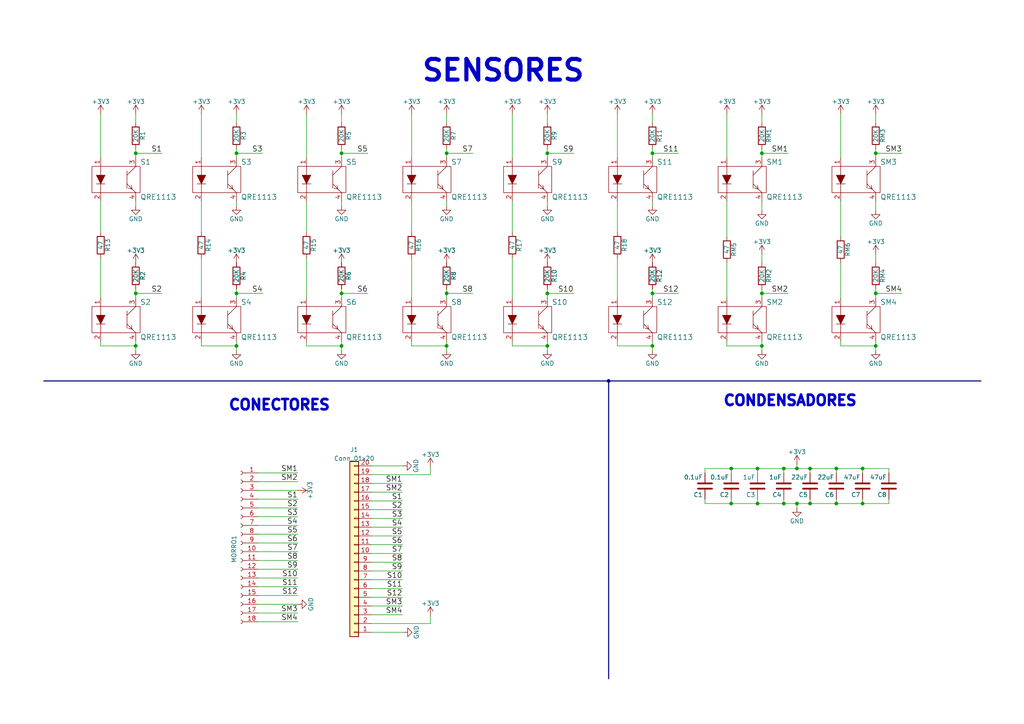
<source format=kicad_sch>
(kicad_sch (version 20230121) (generator eeschema)
  (paper "A4")
  (lib_symbols
    (symbol "Connector_Generic:Conn_01x20" (pin_names (offset 1.016) hide)
      (property "Reference" "J" (at 0 25.4 0))
      (property "Value" "Conn_01x20" (at 0 -27.94 0))
      (symbol "Conn_01x20_1_1"
        (rectangle (start -1.27 -25.273) (end 0 -25.527) (stroke (width 0.1524)))
        (rectangle (start -1.27 -22.733) (end 0 -22.987) (stroke (width 0.1524)))
        (rectangle (start -1.27 -20.193) (end 0 -20.447) (stroke (width 0.1524)))
        (rectangle (start -1.27 -17.653) (end 0 -17.907) (stroke (width 0.1524)))
        (rectangle (start -1.27 -15.113) (end 0 -15.367) (stroke (width 0.1524)))
        (rectangle (start -1.27 -12.573) (end 0 -12.827) (stroke (width 0.1524)))
        (rectangle (start -1.27 -10.033) (end 0 -10.287) (stroke (width 0.1524)))
        (rectangle (start -1.27 -7.493) (end 0 -7.747) (stroke (width 0.1524)))
        (rectangle (start -1.27 -4.953) (end 0 -5.207) (stroke (width 0.1524)))
        (rectangle (start -1.27 -2.413) (end 0 -2.667) (stroke (width 0.1524)))
        (rectangle (start -1.27 0.127) (end 0 -0.127) (stroke (width 0.1524)))
        (rectangle (start -1.27 2.667) (end 0 2.413) (stroke (width 0.1524)))
        (rectangle (start -1.27 5.207) (end 0 4.953) (stroke (width 0.1524)))
        (rectangle (start -1.27 7.747) (end 0 7.493) (stroke (width 0.1524)))
        (rectangle (start -1.27 10.287) (end 0 10.033) (stroke (width 0.1524)))
        (rectangle (start -1.27 12.827) (end 0 12.573) (stroke (width 0.1524)))
        (rectangle (start -1.27 15.367) (end 0 15.113) (stroke (width 0.1524)))
        (rectangle (start -1.27 17.907) (end 0 17.653) (stroke (width 0.1524)))
        (rectangle (start -1.27 20.447) (end 0 20.193) (stroke (width 0.1524)))
        (rectangle (start -1.27 22.987) (end 0 22.733) (stroke (width 0.1524)))
        (rectangle (start -1.27 24.13) (end 1.27 -26.67) (stroke (width 0.254)) (fill (type background)))
        (pin passive line (at -5.08 22.86 0) (length 3.81) (name "Pin_1") (number "1"))
        (pin passive line (at -5.08 0 0) (length 3.81) (name "Pin_10") (number "10"))
        (pin passive line (at -5.08 -2.54 0) (length 3.81) (name "Pin_11") (number "11"))
        (pin passive line (at -5.08 -5.08 0) (length 3.81) (name "Pin_12") (number "12"))
        (pin passive line (at -5.08 -7.62 0) (length 3.81) (name "Pin_13") (number "13"))
        (pin passive line (at -5.08 -10.16 0) (length 3.81) (name "Pin_14") (number "14"))
        (pin passive line (at -5.08 -12.7 0) (length 3.81) (name "Pin_15") (number "15"))
        (pin passive line (at -5.08 -15.24 0) (length 3.81) (name "Pin_16") (number "16"))
        (pin passive line (at -5.08 -17.78 0) (length 3.81) (name "Pin_17") (number "17"))
        (pin passive line (at -5.08 -20.32 0) (length 3.81) (name "Pin_18") (number "18"))
        (pin passive line (at -5.08 -22.86 0) (length 3.81) (name "Pin_19") (number "19"))
        (pin passive line (at -5.08 20.32 0) (length 3.81) (name "Pin_2") (number "2"))
        (pin passive line (at -5.08 -25.4 0) (length 3.81) (name "Pin_20") (number "20"))
        (pin passive line (at -5.08 17.78 0) (length 3.81) (name "Pin_3") (number "3"))
        (pin passive line (at -5.08 15.24 0) (length 3.81) (name "Pin_4") (number "4"))
        (pin passive line (at -5.08 12.7 0) (length 3.81) (name "Pin_5") (number "5"))
        (pin passive line (at -5.08 10.16 0) (length 3.81) (name "Pin_6") (number "6"))
        (pin passive line (at -5.08 7.62 0) (length 3.81) (name "Pin_7") (number "7"))
        (pin passive line (at -5.08 5.08 0) (length 3.81) (name "Pin_8") (number "8"))
        (pin passive line (at -5.08 2.54 0) (length 3.81) (name "Pin_9") (number "9"))
      )
    )
    (symbol "Device:C" (pin_numbers hide) (pin_names (offset 0.254))
      (property "Reference" "C" (at 0.635 2.54 0))
      (property "Value" "C" (at 0.635 -2.54 0))
      (symbol "C_0_1"
        (polyline (pts (xy -2.032 -0.762) (xy 2.032 -0.762)) (stroke (width 0.508)))
        (polyline (pts (xy -2.032 0.762) (xy 2.032 0.762)) (stroke (width 0.508)))
      )
      (symbol "C_1_1"
        (pin passive line (at 0 3.81 270) (length 2.794) (name "~") (number "1"))
        (pin passive line (at 0 -3.81 90) (length 2.794) (name "~") (number "2"))
      )
    )
    (symbol "Device:R" (pin_numbers hide) (pin_names (offset 0))
      (property "Reference" "R" (at 2.032 0 90))
      (property "Value" "R" (at 0 0 90))
      (symbol "R_0_1"
        (rectangle (start -1.016 -2.54) (end 1.016 2.54) (stroke (width 0.254)))
      )
      (symbol "R_1_1"
        (pin passive line (at 0 3.81 270) (length 1.27) (name "~") (number "1"))
        (pin passive line (at 0 -3.81 90) (length 1.27) (name "~") (number "2"))
      )
    )
    (symbol "PCB_Fujitora_morro-rescue:+3.3V-power" (power) (pin_names (offset 0))
      (property "Value" "+3.3V-power" (at 0 3.556 0))
      (symbol "+3.3V-power_0_1"
        (polyline (pts (xy -0.762 1.27) (xy 0 2.54)))
        (polyline (pts (xy 0 0) (xy 0 2.54)))
        (polyline (pts (xy 0 2.54) (xy 0.762 1.27)))
      )
      (symbol "+3.3V-power_1_1"
        (pin power_in line (at 0 0 90) (length 0) hide (name "+3V3") (number "1"))
      )
    )
    (symbol "PCB_Fujitora_morro-rescue:Conn_01x14_Female-Connector" (pin_names (offset 1.016) hide)
      (property "Reference" "MORRO1" (at -1.8288 -1.778 90))
      (symbol "Conn_01x14_Female-Connector_1_1"
        (arc (start 0 -27.432) (mid -0.5058 -27.94) (end 0 -28.448) (stroke (width 0.1524)))
        (arc (start 0 -24.892) (mid -0.5058 -25.4) (end 0 -25.908) (stroke (width 0.1524)))
        (arc (start 0 -22.352) (mid -0.5058 -22.86) (end 0 -23.368) (stroke (width 0.1524)))
        (arc (start 0 -19.812) (mid -0.5058 -20.32) (end 0 -20.828) (stroke (width 0.1524)))
        (arc (start 0 -17.272) (mid -0.5058 -17.78) (end 0 -18.288) (stroke (width 0.1524)))
        (arc (start 0 -14.732) (mid -0.5058 -15.24) (end 0 -15.748) (stroke (width 0.1524)))
        (arc (start 0 -12.192) (mid -0.5058 -12.7) (end 0 -13.208) (stroke (width 0.1524)))
        (arc (start 0 -9.652) (mid -0.5058 -10.16) (end 0 -10.668) (stroke (width 0.1524)))
        (arc (start 0 -7.112) (mid -0.5058 -7.62) (end 0 -8.128) (stroke (width 0.1524)))
        (arc (start 0 -4.572) (mid -0.5058 -5.08) (end 0 -5.588) (stroke (width 0.1524)))
        (arc (start 0 -2.032) (mid -0.5058 -2.54) (end 0 -3.048) (stroke (width 0.1524)))
        (polyline (pts (xy -1.27 -27.94) (xy -0.508 -27.94)) (stroke (width 0.1524)))
        (polyline (pts (xy -1.27 -25.4) (xy -0.508 -25.4)) (stroke (width 0.1524)))
        (polyline (pts (xy -1.27 -22.86) (xy -0.508 -22.86)) (stroke (width 0.1524)))
        (polyline (pts (xy -1.27 -20.32) (xy -0.508 -20.32)) (stroke (width 0.1524)))
        (polyline (pts (xy -1.27 -17.78) (xy -0.508 -17.78)) (stroke (width 0.1524)))
        (polyline (pts (xy -1.27 -15.24) (xy -0.508 -15.24)) (stroke (width 0.1524)))
        (polyline (pts (xy -1.27 -12.7) (xy -0.508 -12.7)) (stroke (width 0.1524)))
        (polyline (pts (xy -1.27 -10.16) (xy -0.508 -10.16)) (stroke (width 0.1524)))
        (polyline (pts (xy -1.27 -7.62) (xy -0.508 -7.62)) (stroke (width 0.1524)))
        (polyline (pts (xy -1.27 -5.08) (xy -0.508 -5.08)) (stroke (width 0.1524)))
        (polyline (pts (xy -1.27 -2.54) (xy -0.508 -2.54)) (stroke (width 0.1524)))
        (polyline (pts (xy -1.27 0) (xy -0.508 0)) (stroke (width 0.1524)))
        (polyline (pts (xy -1.27 2.54) (xy -0.508 2.54)) (stroke (width 0.1524)))
        (polyline (pts (xy -1.27 5.08) (xy -0.508 5.08)) (stroke (width 0.1524)))
        (polyline (pts (xy -1.27 7.62) (xy -0.508 7.62)) (stroke (width 0.1524)))
        (polyline (pts (xy -1.27 10.16) (xy -0.508 10.16)) (stroke (width 0.1524)))
        (polyline (pts (xy -1.27 12.7) (xy -0.508 12.7)) (stroke (width 0.1524)))
        (polyline (pts (xy -1.27 15.24) (xy -0.508 15.24)) (stroke (width 0.1524)))
        (arc (start 0 0.508) (mid -0.5058 0) (end 0 -0.508) (stroke (width 0.1524)))
        (arc (start 0 3.048) (mid -0.5058 2.54) (end 0 2.032) (stroke (width 0.1524)))
        (arc (start 0 5.588) (mid -0.5058 5.08) (end 0 4.572) (stroke (width 0.1524)))
        (arc (start 0 8.128) (mid -0.5058 7.62) (end 0 7.112) (stroke (width 0.1524)))
        (arc (start 0 10.668) (mid -0.5058 10.16) (end 0 9.652) (stroke (width 0.1524)))
        (arc (start 0 13.208) (mid -0.5058 12.7) (end 0 12.192) (stroke (width 0.1524)))
        (arc (start 0 15.748) (mid -0.5058 15.24) (end 0 14.732) (stroke (width 0.1524)))
        (pin passive line (at -5.08 15.24 0) (length 3.81) (name "Pin_1") (number "1"))
        (pin passive line (at -5.08 -7.62 0) (length 3.81) (name "Pin_10") (number "10"))
        (pin passive line (at -5.08 -10.16 0) (length 3.81) (name "Pin_11") (number "11"))
        (pin passive line (at -5.08 -12.7 0) (length 3.81) (name "Pin_12") (number "12"))
        (pin passive line (at -5.08 -15.24 0) (length 3.81) (name "Pin_13") (number "13"))
        (pin passive line (at -5.08 -17.78 0) (length 3.81) (name "Pin_14") (number "14"))
        (pin passive line (at -5.08 -20.32 0) (length 3.81) (name "Pin_15") (number "15"))
        (pin passive line (at -5.08 -22.86 0) (length 3.81) (name "Pin_16") (number "16"))
        (pin passive line (at -5.08 -25.4 0) (length 3.81) (name "Pin_17") (number "17"))
        (pin passive line (at -5.08 -27.94 0) (length 3.81) (name "Pin_18") (number "18"))
        (pin passive line (at -5.08 12.7 0) (length 3.81) (name "Pin_2") (number "2"))
        (pin passive line (at -5.08 10.16 0) (length 3.81) (name "Pin_3") (number "3"))
        (pin passive line (at -5.08 7.62 0) (length 3.81) (name "Pin_4") (number "4"))
        (pin passive line (at -5.08 5.08 0) (length 3.81) (name "Pin_5") (number "5"))
        (pin passive line (at -5.08 2.54 0) (length 3.81) (name "Pin_6") (number "6"))
        (pin passive line (at -5.08 0 0) (length 3.81) (name "Pin_7") (number "7"))
        (pin passive line (at -5.08 -2.54 0) (length 3.81) (name "Pin_8") (number "8"))
        (pin passive line (at -5.08 -5.08 0) (length 3.81) (name "Pin_9") (number "9"))
      )
    )
    (symbol "PCB_Fujitora_morro-rescue:QRE1113-QRE1113-multiPCB-rescue-PCB_Fujitora-rescue-PCB_Fujitora-rescue-PCB_Fujitora-rescue-PCB_Fujitora-rescue-PCB_Fujitora-rescue-PCB_Fujitora_morro-rescue-PCB_Fujitora_morro-rescue" (pin_names (offset 1.016))
      (property "Reference" "U" (at 6.35 3.81 0))
      (property "Value" "PCB_Fujitora_morro-rescue_QRE1113-QRE1113-multiPCB-rescue-PCB_Fujitora-rescue-PCB_Fujitora-rescue-PCB_Fujitora-rescue-PCB_Fujitora-rescue-PCB_Fujitora-rescue-PCB_Fujitora_morro-rescue" (at 6.35 -6.35 0))
      (symbol "QRE1113-QRE1113-multiPCB-rescue-PCB_Fujitora-rescue-PCB_Fujitora-rescue-PCB_Fujitora-rescue-PCB_Fujitora-rescue-PCB_Fujitora-rescue-PCB_Fujitora_morro-rescue-PCB_Fujitora_morro-rescue_0_1"
        (rectangle (start -7.62 2.54) (end 6.35 -5.08))
        (polyline (pts (xy -6.35 -2.54) (xy -3.81 -2.54)))
        (polyline (pts (xy -5.08 2.54) (xy -5.08 -5.08)))
        (polyline (pts (xy 2.54 1.27) (xy 2.54 -3.81)))
        (polyline (pts (xy 3.9878 -4.0386) (xy 2.9464 -3.7592)))
        (polyline (pts (xy 4.0132 -3.9878) (xy 3.7592 -2.9464)))
        (polyline (pts (xy 5.08 -5.08) (xy 2.54 -2.54)))
        (polyline (pts (xy 5.08 2.54) (xy 2.54 0)))
        (polyline (pts (xy -6.35 0) (xy -3.81 0) (xy -5.08 -2.54) (xy -6.35 0)) (fill (type outline)))
      )
      (symbol "QRE1113-QRE1113-multiPCB-rescue-PCB_Fujitora-rescue-PCB_Fujitora-rescue-PCB_Fujitora-rescue-PCB_Fujitora-rescue-PCB_Fujitora-rescue-PCB_Fujitora_morro-rescue-PCB_Fujitora_morro-rescue_1_1"
        (pin input line (at -5.08 5.08 270) (length 2.54) (name "~") (number "1"))
        (pin power_in line (at -5.08 -7.62 90) (length 2.54) (name "~") (number "2"))
        (pin open_collector line (at 5.08 5.08 270) (length 2.54) (name "~") (number "3"))
        (pin power_in line (at 5.08 -7.62 90) (length 2.54) (name "~") (number "4"))
      )
    )
    (symbol "power:GND" (power) (pin_names (offset 0))
      (property "Value" "GND" (at 0 -3.81 0))
      (symbol "GND_0_1"
        (polyline (pts (xy 0 0) (xy 0 -1.27) (xy 1.27 -1.27) (xy 0 -2.54) (xy -1.27 -1.27) (xy 0 -1.27)))
      )
      (symbol "GND_1_1"
        (pin power_in line (at 0 0 270) (length 0) hide (name "GND") (number "1"))
      )
    )
  )
  (junction (at 39.37 44.45))
  (junction (at 129.54 85.09))
  (junction (at 227.33 146.05))
  (junction (at 189.23 44.45))
  (junction (at 39.37 85.09))
  (junction (at 158.75 100.33))
  (junction (at 189.23 85.09))
  (junction (at 250.19 146.05))
  (junction (at 99.06 44.45))
  (junction (at 250.19 135.89))
  (junction (at 68.58 44.45))
  (junction (at 219.71 135.89))
  (junction (at 234.95 135.89))
  (junction (at 242.57 135.89))
  (junction (at 220.98 100.33))
  (junction (at 158.75 44.45))
  (junction (at 176.53 110.49))
  (junction (at 129.54 44.45))
  (junction (at 231.14 146.05))
  (junction (at 212.09 146.05))
  (junction (at 254 85.09))
  (junction (at 99.06 100.33))
  (junction (at 68.58 100.33))
  (junction (at 254 44.45))
  (junction (at 68.58 85.09))
  (junction (at 242.57 146.05))
  (junction (at 129.54 100.33))
  (junction (at 158.75 85.09))
  (junction (at 227.33 135.89))
  (junction (at 220.98 44.45))
  (junction (at 234.95 146.05))
  (junction (at 189.23 100.33))
  (junction (at 231.14 135.89))
  (junction (at 254 100.33))
  (junction (at 212.09 135.89))
  (junction (at 99.06 85.09))
  (junction (at 39.37 100.33))
  (junction (at 219.71 146.05))
  (junction (at 220.98 85.09))
  (wire (pts (xy 107.823 168.148) (xy 116.713 168.148)))
  (wire (pts (xy 119.38 58.42) (xy 119.38 67.31)))
  (wire (pts (xy 99.06 44.45) (xy 106.68 44.45)))
  (wire (pts (xy 250.19 135.89) (xy 257.81 135.89)))
  (wire (pts (xy 107.823 170.688) (xy 116.713 170.688)))
  (wire (pts (xy 148.59 100.33) (xy 158.75 100.33)))
  (wire (pts (xy 107.823 157.988) (xy 116.713 157.988)))
  (wire (pts (xy 68.58 85.09) (xy 68.58 86.36)))
  (wire (pts (xy 210.82 76.2) (xy 210.82 86.36)))
  (wire (pts (xy 254 100.33) (xy 254 101.6)))
  (wire (pts (xy 74.93 147.32) (xy 86.36 147.32)))
  (wire (pts (xy 29.21 58.42) (xy 29.21 67.31)))
  (wire (pts (xy 129.54 85.09) (xy 129.54 86.36)))
  (wire (pts (xy 243.84 33.02) (xy 243.84 45.72)))
  (wire (pts (xy 220.98 44.45) (xy 228.6 44.45)))
  (wire (pts (xy 243.84 58.42) (xy 243.84 68.58)))
  (wire (pts (xy 39.37 43.18) (xy 39.37 44.45)))
  (wire (pts (xy 250.19 146.05) (xy 257.81 146.05)))
  (wire (pts (xy 220.98 99.06) (xy 220.98 100.33)))
  (wire (pts (xy 58.42 100.33) (xy 68.58 100.33)))
  (wire (pts (xy 88.9 58.42) (xy 88.9 67.31)))
  (wire (pts (xy 189.23 85.09) (xy 189.23 86.36)))
  (wire (pts (xy 129.54 44.45) (xy 129.54 45.72)))
  (wire (pts (xy 257.81 135.89) (xy 257.81 137.16)))
  (wire (pts (xy 129.54 99.06) (xy 129.54 100.33)))
  (wire (pts (xy 158.75 99.06) (xy 158.75 100.33)))
  (wire (pts (xy 74.93 167.64) (xy 86.36 167.64)))
  (wire (pts (xy 158.75 85.09) (xy 166.37 85.09)))
  (wire (pts (xy 189.23 99.06) (xy 189.23 100.33)))
  (wire (pts (xy 68.58 100.33) (xy 68.58 101.6)))
  (wire (pts (xy 39.37 85.09) (xy 39.37 86.36)))
  (wire (pts (xy 99.06 33.02) (xy 99.06 35.56)))
  (wire (pts (xy 58.42 33.02) (xy 58.42 45.72)))
  (wire (pts (xy 219.71 137.16) (xy 219.71 135.89)))
  (wire (pts (xy 129.54 85.09) (xy 137.16 85.09)))
  (wire (pts (xy 119.38 100.33) (xy 129.54 100.33)))
  (bus (pts (xy 12.7 110.49) (xy 176.53 110.49)))
  (wire (pts (xy 227.33 135.89) (xy 231.14 135.89)))
  (wire (pts (xy 107.823 180.848) (xy 124.841 180.848)))
  (wire (pts (xy 210.82 33.02) (xy 210.82 45.72)))
  (wire (pts (xy 68.58 58.42) (xy 68.58 59.69)))
  (wire (pts (xy 231.14 146.05) (xy 234.95 146.05)))
  (wire (pts (xy 189.23 44.45) (xy 189.23 45.72)))
  (wire (pts (xy 234.95 135.89) (xy 242.57 135.89)))
  (wire (pts (xy 189.23 33.02) (xy 189.23 35.56)))
  (wire (pts (xy 107.823 145.288) (xy 116.713 145.288)))
  (wire (pts (xy 129.54 43.18) (xy 129.54 44.45)))
  (wire (pts (xy 107.823 140.208) (xy 116.713 140.208)))
  (wire (pts (xy 99.06 85.09) (xy 106.68 85.09)))
  (wire (pts (xy 158.75 33.02) (xy 158.75 35.56)))
  (wire (pts (xy 74.93 154.94) (xy 86.36 154.94)))
  (wire (pts (xy 242.57 137.16) (xy 242.57 135.89)))
  (wire (pts (xy 88.9 100.33) (xy 99.06 100.33)))
  (wire (pts (xy 250.19 144.78) (xy 250.19 146.05)))
  (wire (pts (xy 74.93 165.1) (xy 86.36 165.1)))
  (wire (pts (xy 99.06 83.82) (xy 99.06 85.09)))
  (wire (pts (xy 179.07 74.93) (xy 179.07 86.36)))
  (wire (pts (xy 68.58 99.06) (xy 68.58 100.33)))
  (wire (pts (xy 158.75 43.18) (xy 158.75 44.45)))
  (wire (pts (xy 129.54 33.02) (xy 129.54 35.56)))
  (wire (pts (xy 129.54 83.82) (xy 129.54 85.09)))
  (wire (pts (xy 158.75 85.09) (xy 158.75 86.36)))
  (wire (pts (xy 158.75 100.33) (xy 158.75 101.6)))
  (wire (pts (xy 58.42 99.06) (xy 58.42 100.33)))
  (wire (pts (xy 68.58 43.18) (xy 68.58 44.45)))
  (wire (pts (xy 254 99.06) (xy 254 100.33)))
  (wire (pts (xy 254 33.02) (xy 254 35.56)))
  (wire (pts (xy 129.54 58.42) (xy 129.54 59.69)))
  (wire (pts (xy 148.59 58.42) (xy 148.59 67.31)))
  (wire (pts (xy 124.841 178.562) (xy 124.841 180.848)))
  (wire (pts (xy 189.23 43.18) (xy 189.23 44.45)))
  (wire (pts (xy 220.98 33.02) (xy 220.98 35.56)))
  (wire (pts (xy 29.21 100.33) (xy 39.37 100.33)))
  (wire (pts (xy 88.9 74.93) (xy 88.9 86.36)))
  (wire (pts (xy 58.42 74.93) (xy 58.42 86.36)))
  (wire (pts (xy 74.93 139.7) (xy 86.36 139.7)))
  (wire (pts (xy 257.81 146.05) (xy 257.81 144.78)))
  (wire (pts (xy 220.98 85.09) (xy 228.6 85.09)))
  (wire (pts (xy 220.98 73.66) (xy 220.98 76.2)))
  (wire (pts (xy 158.75 44.45) (xy 158.75 45.72)))
  (wire (pts (xy 212.09 135.89) (xy 219.71 135.89)))
  (wire (pts (xy 129.54 44.45) (xy 137.16 44.45)))
  (wire (pts (xy 234.95 144.78) (xy 234.95 146.05)))
  (wire (pts (xy 220.98 58.42) (xy 220.98 60.96)))
  (wire (pts (xy 212.09 146.05) (xy 219.71 146.05)))
  (wire (pts (xy 99.06 43.18) (xy 99.06 44.45)))
  (wire (pts (xy 119.38 99.06) (xy 119.38 100.33)))
  (wire (pts (xy 220.98 100.33) (xy 220.98 101.6)))
  (wire (pts (xy 68.58 83.82) (xy 68.58 85.09)))
  (wire (pts (xy 204.47 144.78) (xy 204.47 146.05)))
  (wire (pts (xy 227.33 144.78) (xy 227.33 146.05)))
  (wire (pts (xy 39.37 83.82) (xy 39.37 85.09)))
  (wire (pts (xy 107.823 165.608) (xy 116.713 165.608)))
  (wire (pts (xy 243.84 99.06) (xy 243.84 100.33)))
  (wire (pts (xy 219.71 146.05) (xy 227.33 146.05)))
  (wire (pts (xy 189.23 85.09) (xy 196.85 85.09)))
  (wire (pts (xy 99.06 58.42) (xy 99.06 59.69)))
  (wire (pts (xy 129.54 100.33) (xy 129.54 101.6)))
  (wire (pts (xy 158.75 44.45) (xy 166.37 44.45)))
  (wire (pts (xy 220.98 44.45) (xy 220.98 45.72)))
  (wire (pts (xy 68.58 33.02) (xy 68.58 35.56)))
  (wire (pts (xy 231.14 147.32) (xy 231.14 146.05)))
  (wire (pts (xy 107.823 178.308) (xy 116.713 178.308)))
  (wire (pts (xy 74.93 142.24) (xy 86.36 142.24)))
  (wire (pts (xy 254 43.18) (xy 254 44.45)))
  (wire (pts (xy 99.06 100.33) (xy 99.06 101.6)))
  (wire (pts (xy 254 44.45) (xy 261.62 44.45)))
  (wire (pts (xy 74.93 175.26) (xy 86.36 175.26)))
  (wire (pts (xy 234.95 146.05) (xy 242.57 146.05)))
  (wire (pts (xy 99.06 85.09) (xy 99.06 86.36)))
  (wire (pts (xy 243.84 76.2) (xy 243.84 86.36)))
  (wire (pts (xy 74.93 180.34) (xy 86.36 180.34)))
  (wire (pts (xy 189.23 44.45) (xy 196.85 44.45)))
  (wire (pts (xy 74.93 157.48) (xy 86.36 157.48)))
  (wire (pts (xy 74.93 137.16) (xy 86.36 137.16)))
  (wire (pts (xy 29.21 99.06) (xy 29.21 100.33)))
  (wire (pts (xy 210.82 100.33) (xy 220.98 100.33)))
  (wire (pts (xy 107.823 147.828) (xy 116.713 147.828)))
  (wire (pts (xy 119.38 74.93) (xy 119.38 86.36)))
  (wire (pts (xy 158.75 58.42) (xy 158.75 59.69)))
  (wire (pts (xy 179.07 58.42) (xy 179.07 67.31)))
  (wire (pts (xy 219.71 144.78) (xy 219.71 146.05)))
  (wire (pts (xy 242.57 135.89) (xy 250.19 135.89)))
  (wire (pts (xy 204.47 146.05) (xy 212.09 146.05)))
  (wire (pts (xy 29.21 33.02) (xy 29.21 45.72)))
  (wire (pts (xy 219.71 135.89) (xy 227.33 135.89)))
  (wire (pts (xy 250.19 137.16) (xy 250.19 135.89)))
  (bus (pts (xy 176.53 110.49) (xy 176.53 196.85)))
  (wire (pts (xy 58.42 58.42) (xy 58.42 67.31)))
  (wire (pts (xy 88.9 33.02) (xy 88.9 45.72)))
  (wire (pts (xy 243.84 100.33) (xy 254 100.33)))
  (wire (pts (xy 227.33 146.05) (xy 231.14 146.05)))
  (wire (pts (xy 107.823 155.448) (xy 116.713 155.448)))
  (wire (pts (xy 39.37 33.02) (xy 39.37 35.56)))
  (wire (pts (xy 107.823 175.768) (xy 116.713 175.768)))
  (wire (pts (xy 179.07 33.02) (xy 179.07 45.72)))
  (wire (pts (xy 254 85.09) (xy 261.62 85.09)))
  (wire (pts (xy 107.823 142.748) (xy 116.713 142.748)))
  (wire (pts (xy 74.93 160.02) (xy 86.36 160.02)))
  (wire (pts (xy 74.93 162.56) (xy 86.36 162.56)))
  (wire (pts (xy 107.823 150.368) (xy 116.713 150.368)))
  (wire (pts (xy 234.95 137.16) (xy 234.95 135.89)))
  (wire (pts (xy 204.47 137.16) (xy 204.47 135.89)))
  (wire (pts (xy 68.58 85.09) (xy 76.2 85.09)))
  (wire (pts (xy 74.93 149.86) (xy 86.36 149.86)))
  (wire (pts (xy 68.58 44.45) (xy 68.58 45.72)))
  (wire (pts (xy 189.23 58.42) (xy 189.23 59.69)))
  (wire (pts (xy 39.37 85.09) (xy 46.99 85.09)))
  (wire (pts (xy 158.75 83.82) (xy 158.75 85.09)))
  (wire (pts (xy 148.59 99.06) (xy 148.59 100.33)))
  (wire (pts (xy 227.33 137.16) (xy 227.33 135.89)))
  (wire (pts (xy 39.37 44.45) (xy 46.99 44.45)))
  (wire (pts (xy 189.23 100.33) (xy 189.23 101.6)))
  (wire (pts (xy 231.14 135.89) (xy 234.95 135.89)))
  (wire (pts (xy 220.98 43.18) (xy 220.98 44.45)))
  (wire (pts (xy 179.07 99.06) (xy 179.07 100.33)))
  (wire (pts (xy 107.823 163.068) (xy 116.713 163.068)))
  (wire (pts (xy 107.823 160.528) (xy 116.713 160.528)))
  (wire (pts (xy 254 58.42) (xy 254 60.96)))
  (wire (pts (xy 220.98 83.82) (xy 220.98 85.09)))
  (wire (pts (xy 39.37 58.42) (xy 39.37 59.69)))
  (wire (pts (xy 74.93 172.72) (xy 86.36 172.72)))
  (wire (pts (xy 107.823 173.228) (xy 116.713 173.228)))
  (wire (pts (xy 148.59 74.93) (xy 148.59 86.36)))
  (wire (pts (xy 107.823 183.388) (xy 116.967 183.388)))
  (wire (pts (xy 124.841 135.382) (xy 124.841 137.668)))
  (wire (pts (xy 29.21 74.93) (xy 29.21 86.36)))
  (wire (pts (xy 242.57 146.05) (xy 250.19 146.05)))
  (bus (pts (xy 176.53 110.49) (xy 284.48 110.49)))
  (wire (pts (xy 210.82 99.06) (xy 210.82 100.33)))
  (wire (pts (xy 99.06 99.06) (xy 99.06 100.33)))
  (wire (pts (xy 189.23 83.82) (xy 189.23 85.09)))
  (wire (pts (xy 254 85.09) (xy 254 86.36)))
  (wire (pts (xy 107.823 135.128) (xy 116.84 135.128)))
  (wire (pts (xy 204.47 135.89) (xy 212.09 135.89)))
  (wire (pts (xy 119.38 33.02) (xy 119.38 45.72)))
  (wire (pts (xy 74.93 144.78) (xy 86.36 144.78)))
  (wire (pts (xy 210.82 58.42) (xy 210.82 68.58)))
  (wire (pts (xy 107.823 152.908) (xy 116.713 152.908)))
  (wire (pts (xy 74.93 177.8) (xy 86.36 177.8)))
  (wire (pts (xy 39.37 44.45) (xy 39.37 45.72)))
  (wire (pts (xy 212.09 144.78) (xy 212.09 146.05)))
  (wire (pts (xy 74.93 170.18) (xy 86.36 170.18)))
  (wire (pts (xy 254 83.82) (xy 254 85.09)))
  (wire (pts (xy 179.07 100.33) (xy 189.23 100.33)))
  (wire (pts (xy 99.06 44.45) (xy 99.06 45.72)))
  (wire (pts (xy 107.823 137.668) (xy 124.841 137.668)))
  (wire (pts (xy 74.93 152.4) (xy 86.36 152.4)))
  (wire (pts (xy 212.09 137.16) (xy 212.09 135.89)))
  (wire (pts (xy 231.14 134.62) (xy 231.14 135.89)))
  (wire (pts (xy 242.57 144.78) (xy 242.57 146.05)))
  (wire (pts (xy 220.98 85.09) (xy 220.98 86.36)))
  (wire (pts (xy 68.58 44.45) (xy 76.2 44.45)))
  (wire (pts (xy 39.37 99.06) (xy 39.37 100.33)))
  (wire (pts (xy 39.37 100.33) (xy 39.37 101.6)))
  (wire (pts (xy 148.59 33.02) (xy 148.59 45.72)))
  (wire (pts (xy 254 73.66) (xy 254 76.2)))
  (wire (pts (xy 254 44.45) (xy 254 45.72)))
  (wire (pts (xy 88.9 99.06) (xy 88.9 100.33)))
  (text "SENSORES" (at 121.92 24.13 0) (effects (font (size 5.9944 5.9944) (thickness 1.1989) bold) (justify left bottom)))
  (text "CONECTORES" (at 66.04 119.38 0) (effects (font (size 3 3) (thickness 1.1989) bold) (justify left bottom)))
  (text "CONDENSADORES" (at 209.55 118.11 0) (effects (font (size 3 3) (thickness 1.1989) bold) (justify left bottom)))
  (label "S6" (at 86.36 157.48 180) (effects (font (size 1.524 1.524))))
  (label "S6" (at 106.68 85.09 180) (effects (font (size 1.524 1.524))))
  (label "SM3" (at 86.36 177.8 180) (effects (font (size 1.524 1.524))))
  (label "S2" (at 116.713 147.828 180) (effects (font (size 1.524 1.524))))
  (label "S11" (at 116.713 170.688 180) (effects (font (size 1.524 1.524))))
  (label "S8" (at 86.36 162.56 180) (effects (font (size 1.524 1.524))))
  (label "S2" (at 86.36 147.32 180) (effects (font (size 1.524 1.524))))
  (label "SM4" (at 86.36 180.34 180) (effects (font (size 1.524 1.524))))
  (label "SM3" (at 116.713 175.768 180) (effects (font (size 1.524 1.524))))
  (label "S5" (at 106.68 44.45 180) (effects (font (size 1.524 1.524))))
  (label "S4" (at 116.713 152.908 180) (effects (font (size 1.524 1.524))))
  (label "S6" (at 116.713 157.988 180) (effects (font (size 1.524 1.524))))
  (label "S2" (at 46.99 85.09 180) (effects (font (size 1.524 1.524))))
  (label "S5" (at 86.36 154.94 180) (effects (font (size 1.524 1.524))))
  (label "S11" (at 86.36 170.18 180) (effects (font (size 1.524 1.524))))
  (label "S3" (at 86.36 149.86 180) (effects (font (size 1.524 1.524))))
  (label "SM4" (at 116.713 178.308 180) (effects (font (size 1.524 1.524))))
  (label "SM2" (at 116.713 142.748 180) (effects (font (size 1.524 1.524))))
  (label "S8" (at 137.16 85.09 180) (effects (font (size 1.524 1.524))))
  (label "SM1" (at 86.36 137.16 180) (effects (font (size 1.524 1.524))))
  (label "SM4" (at 261.62 85.09 180) (effects (font (size 1.524 1.524))))
  (label "S7" (at 86.36 160.02 180) (effects (font (size 1.524 1.524))))
  (label "S1" (at 116.713 145.288 180) (effects (font (size 1.524 1.524))))
  (label "S3" (at 76.2 44.45 180) (effects (font (size 1.524 1.524))))
  (label "S9" (at 86.36 165.1 180) (effects (font (size 1.524 1.524))))
  (label "S7" (at 116.713 160.528 180) (effects (font (size 1.524 1.524))))
  (label "S12" (at 86.36 172.72 180) (effects (font (size 1.524 1.524))))
  (label "S10" (at 86.36 167.64 180) (effects (font (size 1.524 1.524))))
  (label "S8" (at 116.713 163.068 180) (effects (font (size 1.524 1.524))))
  (label "S12" (at 196.85 85.09 180) (effects (font (size 1.524 1.524))))
  (label "S4" (at 86.36 152.4 180) (effects (font (size 1.524 1.524))))
  (label "SM3" (at 261.62 44.45 180) (effects (font (size 1.524 1.524))))
  (label "S1" (at 46.99 44.45 180) (effects (font (size 1.524 1.524))))
  (label "S10" (at 166.37 85.09 180) (effects (font (size 1.524 1.524))))
  (label "S1" (at 86.36 144.78 180) (effects (font (size 1.524 1.524))))
  (label "S9" (at 116.713 165.608 180) (effects (font (size 1.524 1.524))))
  (label "S9" (at 166.37 44.45 180) (effects (font (size 1.524 1.524))))
  (label "S12" (at 116.713 173.228 180) (effects (font (size 1.524 1.524))))
  (label "SM1" (at 228.6 44.45 180) (effects (font (size 1.524 1.524))))
  (label "S5" (at 116.713 155.448 180) (effects (font (size 1.524 1.524))))
  (label "S7" (at 137.16 44.45 180) (effects (font (size 1.524 1.524))))
  (label "S11" (at 196.85 44.45 180) (effects (font (size 1.524 1.524))))
  (label "SM2" (at 86.36 139.7 180) (effects (font (size 1.524 1.524))))
  (label "S4" (at 76.2 85.09 180) (effects (font (size 1.524 1.524))))
  (label "SM2" (at 228.6 85.09 180) (effects (font (size 1.524 1.524))))
  (label "SM1" (at 116.713 140.208 180) (effects (font (size 1.524 1.524))))
  (label "S3" (at 116.713 150.368 180) (effects (font (size 1.524 1.524))))
  (label "S10" (at 116.713 168.148 180) (effects (font (size 1.524 1.524))))
  (symbol (lib_id "PCB_Fujitora_morro-rescue:QRE1113-QRE1113-multiPCB-rescue-PCB_Fujitora-rescue-PCB_Fujitora-rescue-PCB_Fujitora-rescue-PCB_Fujitora-rescue-PCB_Fujitora-rescue-PCB_Fujitora_morro-rescue-PCB_Fujitora_morro-rescue") (at 63.5 50.8 0) (unit 1)
    (property "Reference" "S3" (at 69.85 46.99 0) (effects (font (size 1.524 1.524)) (justify left)))
    (property "Value" "QRE1113" (at 69.85 57.15 0) (effects (font (size 1.524 1.524)) (justify left)))
    (property "Footprint" "qre1113_fuji_morro2:qre1113_fuji_morro2" (effects hide))
  )
  (symbol (lib_id "PCB_Fujitora_morro-rescue:QRE1113-QRE1113-multiPCB-rescue-PCB_Fujitora-rescue-PCB_Fujitora-rescue-PCB_Fujitora-rescue-PCB_Fujitora-rescue-PCB_Fujitora-rescue-PCB_Fujitora_morro-rescue-PCB_Fujitora_morro-rescue") (at 63.5 91.44 0) (unit 1)
    (property "Reference" "S4" (at 69.85 87.63 0) (effects (font (size 1.524 1.524)) (justify left)))
    (property "Value" "QRE1113" (at 69.85 97.79 0) (effects (font (size 1.524 1.524)) (justify left)))
    (property "Footprint" "qre1113_fuji_morro2:qre1113_fuji_morro2" (effects hide))
  )
  (symbol (lib_id "Device:R") (at 58.42 71.12 0) (unit 1)
    (property "Reference" "R14" (at 60.452 71.12 90))
    (property "Value" "47" (at 58.42 71.12 90))
    (property "Footprint" "Resistor_SMD:R_0805_2012Metric" (effects hide))
  )
  (symbol (lib_id "power:GND") (at 68.58 59.69 0) (unit 1)
    (property "Reference" "#PWR0122" (effects hide))
    (property "Value" "GND" (at 68.58 63.5 0))
  )
  (symbol (lib_id "power:GND") (at 68.58 101.6 0) (unit 1)
    (property "Reference" "#PWR0123" (effects hide))
    (property "Value" "GND" (at 68.58 105.41 0))
  )
  (symbol (lib_id "Device:R") (at 68.58 80.01 0) (unit 1)
    (property "Reference" "R4" (at 70.612 80.01 90))
    (property "Value" "20K" (at 68.58 80.01 90))
    (property "Footprint" "Resistor_SMD:R_0805_2012Metric" (effects hide))
  )
  (symbol (lib_id "PCB_Fujitora_morro-rescue:+3.3V-power") (at 68.58 76.2 0) (unit 1)
    (property "Reference" "#PWR0124" (effects hide))
    (property "Value" "+3.3V" (at 68.58 72.644 0))
  )
  (symbol (lib_id "Device:R") (at 68.58 39.37 0) (unit 1)
    (property "Reference" "R3" (at 70.612 39.37 90))
    (property "Value" "20K" (at 68.58 39.37 90))
    (property "Footprint" "Resistor_SMD:R_0805_2012Metric" (effects hide))
  )
  (symbol (lib_id "PCB_Fujitora_morro-rescue:+3.3V-power") (at 68.58 33.02 0) (unit 1)
    (property "Reference" "#PWR0125" (effects hide))
    (property "Value" "+3.3V" (at 68.58 29.464 0))
  )
  (symbol (lib_id "PCB_Fujitora_morro-rescue:+3.3V-power") (at 58.42 33.02 0) (unit 1)
    (property "Reference" "#PWR0126" (effects hide))
    (property "Value" "+3.3V" (at 58.42 29.464 0))
  )
  (symbol (lib_id "PCB_Fujitora_morro-rescue:QRE1113-QRE1113-multiPCB-rescue-PCB_Fujitora-rescue-PCB_Fujitora-rescue-PCB_Fujitora-rescue-PCB_Fujitora-rescue-PCB_Fujitora-rescue-PCB_Fujitora_morro-rescue-PCB_Fujitora_morro-rescue") (at 93.98 50.8 0) (unit 1)
    (property "Reference" "S5" (at 100.33 46.99 0) (effects (font (size 1.524 1.524)) (justify left)))
    (property "Value" "QRE1113" (at 100.33 57.15 0) (effects (font (size 1.524 1.524)) (justify left)))
    (property "Footprint" "qre1113_fuji_morro2:qre1113_fuji_morro2" (effects hide))
  )
  (symbol (lib_id "PCB_Fujitora_morro-rescue:QRE1113-QRE1113-multiPCB-rescue-PCB_Fujitora-rescue-PCB_Fujitora-rescue-PCB_Fujitora-rescue-PCB_Fujitora-rescue-PCB_Fujitora-rescue-PCB_Fujitora_morro-rescue-PCB_Fujitora_morro-rescue") (at 93.98 91.44 0) (unit 1)
    (property "Reference" "S6" (at 100.33 87.63 0) (effects (font (size 1.524 1.524)) (justify left)))
    (property "Value" "QRE1113" (at 100.33 97.79 0) (effects (font (size 1.524 1.524)) (justify left)))
    (property "Footprint" "qre1113_fuji_morro2:qre1113_fuji_morro2" (effects hide))
  )
  (symbol (lib_id "Device:R") (at 88.9 71.12 0) (unit 1)
    (property "Reference" "R15" (at 90.932 71.12 90))
    (property "Value" "47" (at 88.9 71.12 90))
    (property "Footprint" "Resistor_SMD:R_0805_2012Metric" (effects hide))
  )
  (symbol (lib_id "power:GND") (at 99.06 59.69 0) (unit 1)
    (property "Reference" "#PWR0127" (effects hide))
    (property "Value" "GND" (at 99.06 63.5 0))
  )
  (symbol (lib_id "power:GND") (at 99.06 101.6 0) (unit 1)
    (property "Reference" "#PWR0128" (effects hide))
    (property "Value" "GND" (at 99.06 105.41 0))
  )
  (symbol (lib_id "Device:R") (at 99.06 80.01 0) (unit 1)
    (property "Reference" "R6" (at 101.092 80.01 90))
    (property "Value" "20K" (at 99.06 80.01 90))
    (property "Footprint" "Resistor_SMD:R_0805_2012Metric" (effects hide))
  )
  (symbol (lib_id "PCB_Fujitora_morro-rescue:+3.3V-power") (at 99.06 76.2 0) (unit 1)
    (property "Reference" "#PWR0129" (effects hide))
    (property "Value" "+3.3V" (at 99.06 72.644 0))
  )
  (symbol (lib_id "Device:R") (at 99.06 39.37 0) (unit 1)
    (property "Reference" "R5" (at 101.092 39.37 90))
    (property "Value" "20K" (at 99.06 39.37 90))
    (property "Footprint" "Resistor_SMD:R_0805_2012Metric" (effects hide))
  )
  (symbol (lib_id "PCB_Fujitora_morro-rescue:+3.3V-power") (at 99.06 33.02 0) (unit 1)
    (property "Reference" "#PWR0130" (effects hide))
    (property "Value" "+3.3V" (at 99.06 29.464 0))
  )
  (symbol (lib_id "PCB_Fujitora_morro-rescue:+3.3V-power") (at 88.9 33.02 0) (unit 1)
    (property "Reference" "#PWR0131" (effects hide))
    (property "Value" "+3.3V" (at 88.9 29.464 0))
  )
  (symbol (lib_id "PCB_Fujitora_morro-rescue:QRE1113-QRE1113-multiPCB-rescue-PCB_Fujitora-rescue-PCB_Fujitora-rescue-PCB_Fujitora-rescue-PCB_Fujitora-rescue-PCB_Fujitora-rescue-PCB_Fujitora_morro-rescue-PCB_Fujitora_morro-rescue") (at 34.29 50.8 0) (unit 1)
    (property "Reference" "S1" (at 40.64 46.99 0) (effects (font (size 1.524 1.524)) (justify left)))
    (property "Value" "QRE1113" (at 40.64 57.15 0) (effects (font (size 1.524 1.524)) (justify left)))
    (property "Footprint" "qre1113_fuji_morro2:qre1113_fuji_morro2" (effects hide))
  )
  (symbol (lib_id "PCB_Fujitora_morro-rescue:QRE1113-QRE1113-multiPCB-rescue-PCB_Fujitora-rescue-PCB_Fujitora-rescue-PCB_Fujitora-rescue-PCB_Fujitora-rescue-PCB_Fujitora-rescue-PCB_Fujitora_morro-rescue-PCB_Fujitora_morro-rescue") (at 34.29 91.44 0) (unit 1)
    (property "Reference" "S2" (at 40.64 87.63 0) (effects (font (size 1.524 1.524)) (justify left)))
    (property "Value" "QRE1113" (at 40.64 97.79 0) (effects (font (size 1.524 1.524)) (justify left)))
    (property "Footprint" "qre1113_fuji_morro2:qre1113_fuji_morro2" (effects hide))
  )
  (symbol (lib_id "Device:R") (at 29.21 71.12 0) (unit 1)
    (property "Reference" "R13" (at 31.242 71.12 90))
    (property "Value" "47" (at 29.21 71.12 90))
    (property "Footprint" "Resistor_SMD:R_0805_2012Metric" (effects hide))
  )
  (symbol (lib_id "power:GND") (at 39.37 59.69 0) (unit 1)
    (property "Reference" "#PWR0105" (effects hide))
    (property "Value" "GND" (at 39.37 63.5 0))
  )
  (symbol (lib_id "power:GND") (at 39.37 101.6 0) (unit 1)
    (property "Reference" "#PWR0118" (effects hide))
    (property "Value" "GND" (at 39.37 105.41 0))
  )
  (symbol (lib_id "Device:R") (at 39.37 80.01 0) (unit 1)
    (property "Reference" "R2" (at 41.402 80.01 90))
    (property "Value" "20K" (at 39.37 80.01 90))
    (property "Footprint" "Resistor_SMD:R_0805_2012Metric" (effects hide))
  )
  (symbol (lib_id "PCB_Fujitora_morro-rescue:+3.3V-power") (at 39.37 76.2 0) (unit 1)
    (property "Reference" "#PWR0119" (effects hide))
    (property "Value" "+3.3V" (at 39.37 72.644 0))
  )
  (symbol (lib_id "Device:R") (at 39.37 39.37 0) (unit 1)
    (property "Reference" "R1" (at 41.402 39.37 90))
    (property "Value" "20K" (at 39.37 39.37 90))
    (property "Footprint" "Resistor_SMD:R_0805_2012Metric" (effects hide))
  )
  (symbol (lib_id "PCB_Fujitora_morro-rescue:+3.3V-power") (at 39.37 33.02 0) (unit 1)
    (property "Reference" "#PWR0120" (effects hide))
    (property "Value" "+3.3V" (at 39.37 29.464 0))
  )
  (symbol (lib_id "PCB_Fujitora_morro-rescue:+3.3V-power") (at 29.21 33.02 0) (unit 1)
    (property "Reference" "#PWR0121" (effects hide))
    (property "Value" "+3.3V" (at 29.21 29.464 0))
  )
  (symbol (lib_id "PCB_Fujitora_morro-rescue:QRE1113-QRE1113-multiPCB-rescue-PCB_Fujitora-rescue-PCB_Fujitora-rescue-PCB_Fujitora-rescue-PCB_Fujitora-rescue-PCB_Fujitora-rescue-PCB_Fujitora_morro-rescue-PCB_Fujitora_morro-rescue") (at 124.46 50.8 0) (unit 1)
    (property "Reference" "S7" (at 130.81 46.99 0) (effects (font (size 1.524 1.524)) (justify left)))
    (property "Value" "QRE1113" (at 130.81 57.15 0) (effects (font (size 1.524 1.524)) (justify left)))
    (property "Footprint" "qre1113_fuji_morro2:qre1113_fuji_morro2" (effects hide))
  )
  (symbol (lib_id "PCB_Fujitora_morro-rescue:QRE1113-QRE1113-multiPCB-rescue-PCB_Fujitora-rescue-PCB_Fujitora-rescue-PCB_Fujitora-rescue-PCB_Fujitora-rescue-PCB_Fujitora-rescue-PCB_Fujitora_morro-rescue-PCB_Fujitora_morro-rescue") (at 124.46 91.44 0) (unit 1)
    (property "Reference" "S8" (at 130.81 87.63 0) (effects (font (size 1.524 1.524)) (justify left)))
    (property "Value" "QRE1113" (at 130.81 97.79 0) (effects (font (size 1.524 1.524)) (justify left)))
    (property "Footprint" "qre1113_fuji_morro2:qre1113_fuji_morro2" (effects hide))
  )
  (symbol (lib_id "Device:R") (at 119.38 71.12 0) (unit 1)
    (property "Reference" "R16" (at 121.412 71.12 90))
    (property "Value" "47" (at 119.38 71.12 90))
    (property "Footprint" "Resistor_SMD:R_0805_2012Metric" (effects hide))
  )
  (symbol (lib_id "power:GND") (at 129.54 59.69 0) (unit 1)
    (property "Reference" "#PWR0132" (effects hide))
    (property "Value" "GND" (at 129.54 63.5 0))
  )
  (symbol (lib_id "power:GND") (at 129.54 101.6 0) (unit 1)
    (property "Reference" "#PWR0133" (effects hide))
    (property "Value" "GND" (at 129.54 105.41 0))
  )
  (symbol (lib_id "Device:R") (at 129.54 80.01 0) (unit 1)
    (property "Reference" "R8" (at 131.572 80.01 90))
    (property "Value" "20K" (at 129.54 80.01 90))
    (property "Footprint" "Resistor_SMD:R_0805_2012Metric" (effects hide))
  )
  (symbol (lib_id "PCB_Fujitora_morro-rescue:+3.3V-power") (at 129.54 76.2 0) (unit 1)
    (property "Reference" "#PWR0134" (effects hide))
    (property "Value" "+3.3V" (at 129.54 72.644 0))
  )
  (symbol (lib_id "Device:R") (at 129.54 39.37 0) (unit 1)
    (property "Reference" "R7" (at 131.572 39.37 90))
    (property "Value" "20K" (at 129.54 39.37 90))
    (property "Footprint" "Resistor_SMD:R_0805_2012Metric" (effects hide))
  )
  (symbol (lib_id "PCB_Fujitora_morro-rescue:+3.3V-power") (at 129.54 33.02 0) (unit 1)
    (property "Reference" "#PWR0135" (effects hide))
    (property "Value" "+3.3V" (at 129.54 29.464 0))
  )
  (symbol (lib_id "PCB_Fujitora_morro-rescue:+3.3V-power") (at 119.38 33.02 0) (unit 1)
    (property "Reference" "#PWR0136" (effects hide))
    (property "Value" "+3.3V" (at 119.38 29.464 0))
  )
  (symbol (lib_id "PCB_Fujitora_morro-rescue:QRE1113-QRE1113-multiPCB-rescue-PCB_Fujitora-rescue-PCB_Fujitora-rescue-PCB_Fujitora-rescue-PCB_Fujitora-rescue-PCB_Fujitora-rescue-PCB_Fujitora_morro-rescue-PCB_Fujitora_morro-rescue") (at 153.67 50.8 0) (unit 1)
    (property "Reference" "S9" (at 160.02 46.99 0) (effects (font (size 1.524 1.524)) (justify left)))
    (property "Value" "QRE1113" (at 160.02 57.15 0) (effects (font (size 1.524 1.524)) (justify left)))
    (property "Footprint" "qre1113_fuji_morro2:qre1113_fuji_morro2" (effects hide))
  )
  (symbol (lib_id "PCB_Fujitora_morro-rescue:QRE1113-QRE1113-multiPCB-rescue-PCB_Fujitora-rescue-PCB_Fujitora-rescue-PCB_Fujitora-rescue-PCB_Fujitora-rescue-PCB_Fujitora-rescue-PCB_Fujitora_morro-rescue-PCB_Fujitora_morro-rescue") (at 153.67 91.44 0) (unit 1)
    (property "Reference" "S10" (at 160.02 87.63 0) (effects (font (size 1.524 1.524)) (justify left)))
    (property "Value" "QRE1113" (at 160.02 97.79 0) (effects (font (size 1.524 1.524)) (justify left)))
    (property "Footprint" "qre1113_fuji_morro2:qre1113_fuji_morro2" (effects hide))
  )
  (symbol (lib_id "Device:R") (at 148.59 71.12 0) (unit 1)
    (property "Reference" "R17" (at 150.622 71.12 90))
    (property "Value" "47" (at 148.59 71.12 90))
    (property "Footprint" "Resistor_SMD:R_0805_2012Metric" (effects hide))
  )
  (symbol (lib_id "power:GND") (at 158.75 59.69 0) (unit 1)
    (property "Reference" "#PWR0137" (effects hide))
    (property "Value" "GND" (at 158.75 63.5 0))
  )
  (symbol (lib_id "power:GND") (at 158.75 101.6 0) (unit 1)
    (property "Reference" "#PWR0138" (effects hide))
    (property "Value" "GND" (at 158.75 105.41 0))
  )
  (symbol (lib_id "Device:R") (at 158.75 80.01 0) (unit 1)
    (property "Reference" "R10" (at 160.782 80.01 90))
    (property "Value" "20K" (at 158.75 80.01 90))
    (property "Footprint" "Resistor_SMD:R_0805_2012Metric" (effects hide))
  )
  (symbol (lib_id "PCB_Fujitora_morro-rescue:+3.3V-power") (at 158.75 76.2 0) (unit 1)
    (property "Reference" "#PWR0139" (effects hide))
    (property "Value" "+3.3V" (at 158.75 72.644 0))
  )
  (symbol (lib_id "Device:R") (at 158.75 39.37 0) (unit 1)
    (property "Reference" "R9" (at 160.782 39.37 90))
    (property "Value" "20K" (at 158.75 39.37 90))
    (property "Footprint" "Resistor_SMD:R_0805_2012Metric" (effects hide))
  )
  (symbol (lib_id "PCB_Fujitora_morro-rescue:+3.3V-power") (at 158.75 33.02 0) (unit 1)
    (property "Reference" "#PWR0140" (effects hide))
    (property "Value" "+3.3V" (at 158.75 29.464 0))
  )
  (symbol (lib_id "PCB_Fujitora_morro-rescue:+3.3V-power") (at 148.59 33.02 0) (unit 1)
    (property "Reference" "#PWR0141" (effects hide))
    (property "Value" "+3.3V" (at 148.59 29.464 0))
  )
  (symbol (lib_id "PCB_Fujitora_morro-rescue:QRE1113-QRE1113-multiPCB-rescue-PCB_Fujitora-rescue-PCB_Fujitora-rescue-PCB_Fujitora-rescue-PCB_Fujitora-rescue-PCB_Fujitora-rescue-PCB_Fujitora_morro-rescue-PCB_Fujitora_morro-rescue") (at 184.15 50.8 0) (unit 1)
    (property "Reference" "S11" (at 190.5 46.99 0) (effects (font (size 1.524 1.524)) (justify left)))
    (property "Value" "QRE1113" (at 190.5 57.15 0) (effects (font (size 1.524 1.524)) (justify left)))
    (property "Footprint" "qre1113_fuji_morro2:qre1113_fuji_morro2" (effects hide))
  )
  (symbol (lib_id "PCB_Fujitora_morro-rescue:QRE1113-QRE1113-multiPCB-rescue-PCB_Fujitora-rescue-PCB_Fujitora-rescue-PCB_Fujitora-rescue-PCB_Fujitora-rescue-PCB_Fujitora-rescue-PCB_Fujitora_morro-rescue-PCB_Fujitora_morro-rescue") (at 184.15 91.44 0) (unit 1)
    (property "Reference" "S12" (at 190.5 87.63 0) (effects (font (size 1.524 1.524)) (justify left)))
    (property "Value" "QRE1113" (at 190.5 97.79 0) (effects (font (size 1.524 1.524)) (justify left)))
    (property "Footprint" "qre1113_fuji_morro2:qre1113_fuji_morro2" (effects hide))
  )
  (symbol (lib_id "Device:R") (at 179.07 71.12 0) (unit 1)
    (property "Reference" "R18" (at 181.102 71.12 90))
    (property "Value" "47" (at 179.07 71.12 90))
    (property "Footprint" "Resistor_SMD:R_0805_2012Metric" (effects hide))
  )
  (symbol (lib_id "power:GND") (at 189.23 59.69 0) (unit 1)
    (property "Reference" "#PWR0142" (effects hide))
    (property "Value" "GND" (at 189.23 63.5 0))
  )
  (symbol (lib_id "power:GND") (at 189.23 101.6 0) (unit 1)
    (property "Reference" "#PWR0143" (effects hide))
    (property "Value" "GND" (at 189.23 105.41 0))
  )
  (symbol (lib_id "Device:R") (at 189.23 80.01 0) (unit 1)
    (property "Reference" "R12" (at 191.262 80.01 90))
    (property "Value" "20K" (at 189.23 80.01 90))
    (property "Footprint" "Resistor_SMD:R_0805_2012Metric" (effects hide))
  )
  (symbol (lib_id "PCB_Fujitora_morro-rescue:+3.3V-power") (at 189.23 76.2 0) (unit 1)
    (property "Reference" "#PWR0144" (effects hide))
    (property "Value" "+3.3V" (at 189.23 72.644 0))
  )
  (symbol (lib_id "Device:R") (at 189.23 39.37 0) (unit 1)
    (property "Reference" "R11" (at 191.262 39.37 90))
    (property "Value" "20K" (at 189.23 39.37 90))
    (property "Footprint" "Resistor_SMD:R_0805_2012Metric" (effects hide))
  )
  (symbol (lib_id "PCB_Fujitora_morro-rescue:+3.3V-power") (at 189.23 33.02 0) (unit 1)
    (property "Reference" "#PWR0145" (effects hide))
    (property "Value" "+3.3V" (at 189.23 29.464 0))
  )
  (symbol (lib_id "PCB_Fujitora_morro-rescue:+3.3V-power") (at 179.07 33.02 0) (unit 1)
    (property "Reference" "#PWR0146" (effects hide))
    (property "Value" "+3.3V" (at 179.07 29.464 0))
  )
  (symbol (lib_id "PCB_Fujitora_morro-rescue:QRE1113-QRE1113-multiPCB-rescue-PCB_Fujitora-rescue-PCB_Fujitora-rescue-PCB_Fujitora-rescue-PCB_Fujitora-rescue-PCB_Fujitora-rescue-PCB_Fujitora_morro-rescue-PCB_Fujitora_morro-rescue") (at 248.92 50.8 0) (unit 1)
    (property "Reference" "SM3" (at 255.27 46.99 0) (effects (font (size 1.524 1.524)) (justify left)))
    (property "Value" "QRE1113" (at 255.27 57.15 0) (effects (font (size 1.524 1.524)) (justify left)))
    (property "Footprint" "qre1113_fuji_morro2:qre1113_fuji_morro2" (effects hide))
  )
  (symbol (lib_id "PCB_Fujitora_morro-rescue:QRE1113-QRE1113-multiPCB-rescue-PCB_Fujitora-rescue-PCB_Fujitora-rescue-PCB_Fujitora-rescue-PCB_Fujitora-rescue-PCB_Fujitora-rescue-PCB_Fujitora_morro-rescue-PCB_Fujitora_morro-rescue") (at 248.92 91.44 0) (unit 1)
    (property "Reference" "SM4" (at 255.27 87.63 0) (effects (font (size 1.524 1.524)) (justify left)))
    (property "Value" "QRE1113" (at 255.27 97.79 0) (effects (font (size 1.524 1.524)) (justify left)))
    (property "Footprint" "qre1113_fuji_morro2:qre1113_fuji_morro2" (effects hide))
  )
  (symbol (lib_id "Device:R") (at 243.84 72.39 0) (unit 1)
    (property "Reference" "RM6" (at 245.872 72.39 90))
    (property "Value" "47" (at 243.84 72.39 90))
    (property "Footprint" "Resistor_SMD:R_0805_2012Metric" (effects hide))
  )
  (symbol (lib_id "power:GND") (at 254 60.96 0) (unit 1)
    (property "Reference" "#PWR0106" (effects hide))
    (property "Value" "GND" (at 254 64.77 0))
  )
  (symbol (lib_id "power:GND") (at 254 101.6 0) (unit 1)
    (property "Reference" "#PWR0107" (effects hide))
    (property "Value" "GND" (at 254 105.41 0))
  )
  (symbol (lib_id "Device:R") (at 254 80.01 0) (unit 1)
    (property "Reference" "RM4" (at 256.032 80.01 90))
    (property "Value" "20K" (at 254 80.01 90))
    (property "Footprint" "Resistor_SMD:R_0805_2012Metric" (effects hide))
  )
  (symbol (lib_id "PCB_Fujitora_morro-rescue:+3.3V-power") (at 254 73.66 0) (unit 1)
    (property "Reference" "#PWR0108" (effects hide))
    (property "Value" "+3.3V" (at 254 70.104 0))
  )
  (symbol (lib_id "Device:R") (at 254 39.37 0) (unit 1)
    (property "Reference" "RM3" (at 256.032 39.37 90))
    (property "Value" "20K" (at 254 39.37 90))
    (property "Footprint" "Resistor_SMD:R_0805_2012Metric" (effects hide))
  )
  (symbol (lib_id "PCB_Fujitora_morro-rescue:+3.3V-power") (at 254 33.02 0) (unit 1)
    (property "Reference" "#PWR0109" (effects hide))
    (property "Value" "+3.3V" (at 254 29.464 0))
  )
  (symbol (lib_id "PCB_Fujitora_morro-rescue:+3.3V-power") (at 243.84 33.02 0) (unit 1)
    (property "Reference" "#PWR0110" (effects hide))
    (property "Value" "+3.3V" (at 243.84 29.464 0))
  )
  (symbol (lib_id "PCB_Fujitora_morro-rescue:QRE1113-QRE1113-multiPCB-rescue-PCB_Fujitora-rescue-PCB_Fujitora-rescue-PCB_Fujitora-rescue-PCB_Fujitora-rescue-PCB_Fujitora-rescue-PCB_Fujitora_morro-rescue-PCB_Fujitora_morro-rescue") (at 215.9 50.8 0) (unit 1)
    (property "Reference" "SM1" (at 222.25 46.99 0) (effects (font (size 1.524 1.524)) (justify left)))
    (property "Value" "QRE1113" (at 222.25 57.15 0) (effects (font (size 1.524 1.524)) (justify left)))
    (property "Footprint" "qre1113_fuji_morro2:qre1113_fuji_morro2" (effects hide))
  )
  (symbol (lib_id "PCB_Fujitora_morro-rescue:QRE1113-QRE1113-multiPCB-rescue-PCB_Fujitora-rescue-PCB_Fujitora-rescue-PCB_Fujitora-rescue-PCB_Fujitora-rescue-PCB_Fujitora-rescue-PCB_Fujitora_morro-rescue-PCB_Fujitora_morro-rescue") (at 215.9 91.44 0) (unit 1)
    (property "Reference" "SM2" (at 222.25 87.63 0) (effects (font (size 1.524 1.524)) (justify left)))
    (property "Value" "QRE1113" (at 222.25 97.79 0) (effects (font (size 1.524 1.524)) (justify left)))
    (property "Footprint" "qre1113_fuji_morro2:qre1113_fuji_morro2" (effects hide))
  )
  (symbol (lib_id "Device:R") (at 210.82 72.39 0) (unit 1)
    (property "Reference" "RM5" (at 212.852 72.39 90))
    (property "Value" "47" (at 210.82 72.39 90))
    (property "Footprint" "Resistor_SMD:R_0805_2012Metric" (effects hide))
  )
  (symbol (lib_id "power:GND") (at 220.98 60.96 0) (unit 1)
    (property "Reference" "#PWR0111" (effects hide))
    (property "Value" "GND" (at 220.98 64.77 0))
  )
  (symbol (lib_id "power:GND") (at 220.98 101.6 0) (unit 1)
    (property "Reference" "#PWR0112" (effects hide))
    (property "Value" "GND" (at 220.98 105.41 0))
  )
  (symbol (lib_id "Device:R") (at 220.98 80.01 0) (unit 1)
    (property "Reference" "RM2" (at 223.012 80.01 90))
    (property "Value" "20K" (at 220.98 80.01 90))
    (property "Footprint" "Resistor_SMD:R_0805_2012Metric" (effects hide))
  )
  (symbol (lib_id "PCB_Fujitora_morro-rescue:+3.3V-power") (at 220.98 73.66 0) (unit 1)
    (property "Reference" "#PWR0113" (effects hide))
    (property "Value" "+3.3V" (at 220.98 70.104 0))
  )
  (symbol (lib_id "Device:R") (at 220.98 39.37 0) (unit 1)
    (property "Reference" "RM1" (at 223.012 39.37 90))
    (property "Value" "20K" (at 220.98 39.37 90))
    (property "Footprint" "Resistor_SMD:R_0805_2012Metric" (effects hide))
  )
  (symbol (lib_id "PCB_Fujitora_morro-rescue:+3.3V-power") (at 220.98 33.02 0) (unit 1)
    (property "Reference" "#PWR0114" (effects hide))
    (property "Value" "+3.3V" (at 220.98 29.464 0))
  )
  (symbol (lib_id "PCB_Fujitora_morro-rescue:+3.3V-power") (at 210.82 33.02 0) (unit 1)
    (property "Reference" "#PWR0115" (effects hide))
    (property "Value" "+3.3V" (at 210.82 29.464 0))
  )
  (symbol (lib_id "Device:C") (at 212.09 140.97 180) (unit 1)
    (property "Reference" "C2" (at 211.455 143.51 0) (effects (justify left)))
    (property "Value" "0.1uF" (at 211.455 138.43 0) (effects (justify left)))
    (property "Footprint" "Capacitor_SMD:C_0805_2012Metric" (effects hide))
  )
  (symbol (lib_id "PCB_Fujitora_morro-rescue:Conn_01x14_Female-Connector") (at 69.85 152.4 0) (mirror y) (unit 1)
    (property "Reference" "MORRO1" (at 67.8688 159.258 90))
    (property "Value" "Conn_01x14_Female" (effects hide))
    (property "Footprint" "Conectores SMD:conn_morro_fuji_new" (effects hide))
  )
  (symbol (lib_id "Device:C") (at 219.71 140.97 180) (unit 1)
    (property "Reference" "C3" (at 219.075 143.51 0) (effects (justify left)))
    (property "Value" "1uF" (at 219.075 138.43 0) (effects (justify left)))
    (property "Footprint" "Capacitor_SMD:C_0805_2012Metric" (effects hide))
  )
  (symbol (lib_id "Device:C") (at 204.47 140.97 180) (unit 1)
    (property "Reference" "C1" (at 203.835 143.51 0) (effects (justify left)))
    (property "Value" "0.1uF" (at 203.835 138.43 0) (effects (justify left)))
    (property "Footprint" "Capacitor_SMD:C_0805_2012Metric" (effects hide))
  )
  (symbol (lib_id "Device:C") (at 227.33 140.97 180) (unit 1)
    (property "Reference" "C4" (at 226.695 143.51 0) (effects (justify left)))
    (property "Value" "1uF" (at 226.695 138.43 0) (effects (justify left)))
    (property "Footprint" "Capacitor_SMD:C_0805_2012Metric" (effects hide))
  )
  (symbol (lib_id "Device:C") (at 242.57 140.97 180) (unit 1)
    (property "Reference" "C6" (at 241.935 143.51 0) (effects (justify left)))
    (property "Value" "22uF" (at 241.935 138.43 0) (effects (justify left)))
    (property "Footprint" "Capacitor_SMD:C_0805_2012Metric" (effects hide))
  )
  (symbol (lib_id "Device:C") (at 250.19 140.97 180) (unit 1)
    (property "Reference" "C7" (at 249.555 143.51 0) (effects (justify left)))
    (property "Value" "47uF" (at 249.555 138.43 0) (effects (justify left)))
    (property "Footprint" "Capacitor_SMD:C_0805_2012Metric" (effects hide))
  )
  (symbol (lib_id "Device:C") (at 234.95 140.97 180) (unit 1)
    (property "Reference" "C5" (at 234.315 143.51 0) (effects (justify left)))
    (property "Value" "22uF" (at 234.315 138.43 0) (effects (justify left)))
    (property "Footprint" "Capacitor_SMD:C_0805_2012Metric" (effects hide))
  )
  (symbol (lib_id "Device:C") (at 257.81 140.97 180) (unit 1)
    (property "Reference" "C8" (at 257.175 143.51 0) (effects (justify left)))
    (property "Value" "47uF" (at 257.175 138.43 0) (effects (justify left)))
    (property "Footprint" "Capacitor_SMD:C_0805_2012Metric" (effects hide))
  )
  (symbol (lib_id "power:GND") (at 231.14 147.32 0) (unit 1)
    (property "Reference" "#PWR0155" (effects hide))
    (property "Value" "GND" (at 231.14 151.13 0))
  )
  (symbol (lib_id "PCB_Fujitora_morro-rescue:+3.3V-power") (at 231.14 134.62 0) (unit 1)
    (property "Reference" "#PWR0156" (effects hide))
    (property "Value" "+3.3V" (at 231.14 131.064 0))
  )
  (symbol (lib_id "PCB_Fujitora_morro-rescue:+3.3V-power") (at 124.841 135.382 0) (unit 1)
    (property "Reference" "#PWR03" (effects hide))
    (property "Value" "+3.3V" (at 124.841 131.826 0))
  )
  (symbol (lib_id "PCB_Fujitora_morro-rescue:+3.3V-power") (at 124.841 178.562 0) (unit 1)
    (property "Reference" "#PWR06" (effects hide))
    (property "Value" "+3.3V" (at 124.841 175.006 0))
  )
  (symbol (lib_id "power:GND") (at 116.967 183.388 90) (unit 1)
    (property "Reference" "#PWR05" (effects hide))
    (property "Value" "GND" (at 120.777 183.388 0))
  )
  (symbol (lib_id "power:GND") (at 86.36 175.26 90) (unit 1)
    (property "Reference" "#PWR02" (effects hide))
    (property "Value" "GND" (at 90.17 175.26 0))
  )
  (symbol (lib_id "power:GND") (at 116.84 135.128 90) (unit 1)
    (property "Reference" "#PWR04" (effects hide))
    (property "Value" "GND" (at 120.65 135.128 0))
  )
  (symbol (lib_id "PCB_Fujitora_morro-rescue:+3.3V-power") (at 86.36 142.24 270) (unit 1)
    (property "Reference" "#PWR01" (effects hide))
    (property "Value" "+3.3V" (at 89.916 142.24 0))
  )
  (symbol (lib_id "Connector_Generic:Conn_01x20") (at 102.743 160.528 180) (unit 1)
    (property "Reference" "J1" (at 102.743 130.429 0))
    (property "Value" "Conn_01x20" (at 102.743 132.969 0))
    (property "Footprint" "pines_fuji_morro2:Pines_fuji_morro2" (effects hide))
  )
)
</source>
